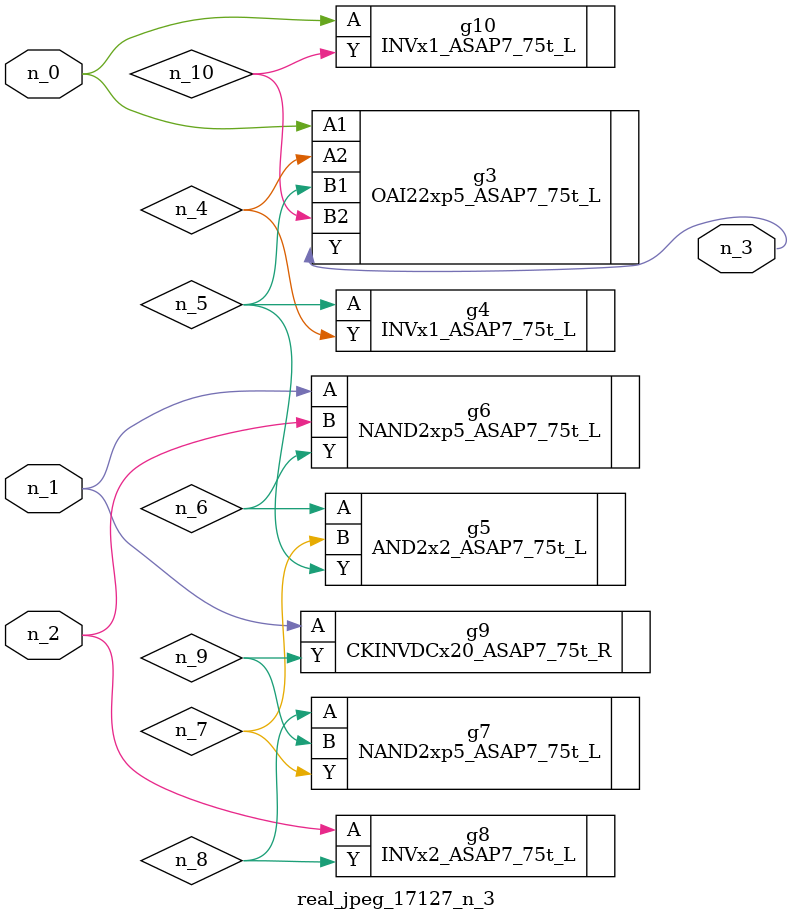
<source format=v>
module real_jpeg_17127_n_3 (n_1, n_0, n_2, n_3);

input n_1;
input n_0;
input n_2;

output n_3;

wire n_5;
wire n_4;
wire n_8;
wire n_6;
wire n_7;
wire n_10;
wire n_9;

OAI22xp5_ASAP7_75t_L g3 ( 
.A1(n_0),
.A2(n_4),
.B1(n_5),
.B2(n_10),
.Y(n_3)
);

INVx1_ASAP7_75t_L g10 ( 
.A(n_0),
.Y(n_10)
);

NAND2xp5_ASAP7_75t_L g6 ( 
.A(n_1),
.B(n_2),
.Y(n_6)
);

CKINVDCx20_ASAP7_75t_R g9 ( 
.A(n_1),
.Y(n_9)
);

INVx2_ASAP7_75t_L g8 ( 
.A(n_2),
.Y(n_8)
);

INVx1_ASAP7_75t_L g4 ( 
.A(n_5),
.Y(n_4)
);

AND2x2_ASAP7_75t_L g5 ( 
.A(n_6),
.B(n_7),
.Y(n_5)
);

NAND2xp5_ASAP7_75t_L g7 ( 
.A(n_8),
.B(n_9),
.Y(n_7)
);


endmodule
</source>
